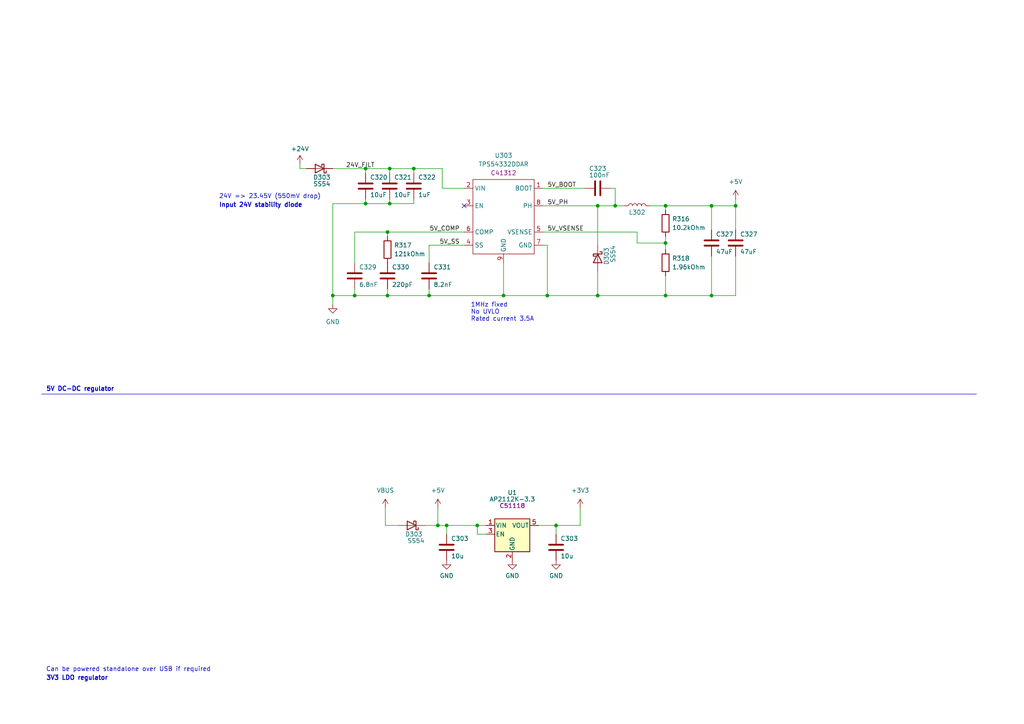
<source format=kicad_sch>
(kicad_sch (version 20230121) (generator eeschema)
  (paper "A4")
  (lib_symbols
    (symbol "Device:C" (pin_numbers hide) (pin_names (offset 0.254))
      (property "Reference" "C" (at 0.635 2.54 0))
      (property "Value" "C" (at 0.635 -2.54 0))
      (symbol "C_0_1"
        (polyline (pts (xy -2.032 -0.762) (xy 2.032 -0.762)) (stroke (width 0.508)))
        (polyline (pts (xy -2.032 0.762) (xy 2.032 0.762)) (stroke (width 0.508)))
      )
      (symbol "C_1_1"
        (pin passive line (at 0 3.81 270) (length 2.794) (name "~") (number "1"))
        (pin passive line (at 0 -3.81 90) (length 2.794) (name "~") (number "2"))
      )
    )
    (symbol "Device:D_Schottky" (pin_numbers hide) (pin_names (offset 1.016) hide)
      (property "Reference" "D" (at 0 2.54 0))
      (property "Value" "D_Schottky" (at 0 -2.54 0))
      (symbol "D_Schottky_0_1"
        (polyline (pts (xy 1.27 0) (xy -1.27 0)))
        (polyline (pts (xy 1.27 1.27) (xy 1.27 -1.27) (xy -1.27 0) (xy 1.27 1.27)) (stroke (width 0.254)))
        (polyline (pts (xy -1.905 0.635) (xy -1.905 1.27) (xy -1.27 1.27) (xy -1.27 -1.27) (xy -0.635 -1.27) (xy -0.635 -0.635)) (stroke (width 0.254)))
      )
      (symbol "D_Schottky_1_1"
        (pin passive line (at -3.81 0 0) (length 2.54) (name "K") (number "1"))
        (pin passive line (at 3.81 0 180) (length 2.54) (name "A") (number "2"))
      )
    )
    (symbol "Device:L" (pin_numbers hide) (pin_names (offset 1.016) hide)
      (property "Reference" "L" (at -1.27 0 90))
      (property "Value" "L" (at 1.905 0 90))
      (symbol "L_0_1"
        (arc (start 0 -2.54) (mid 0.6323 -1.905) (end 0 -1.27))
        (arc (start 0 -1.27) (mid 0.6323 -0.635) (end 0 0))
        (arc (start 0 0) (mid 0.6323 0.635) (end 0 1.27))
        (arc (start 0 1.27) (mid 0.6323 1.905) (end 0 2.54))
      )
      (symbol "L_1_1"
        (pin passive line (at 0 3.81 270) (length 1.27) (name "1") (number "1"))
        (pin passive line (at 0 -3.81 90) (length 1.27) (name "2") (number "2"))
      )
    )
    (symbol "Device:R" (pin_numbers hide) (pin_names (offset 0))
      (property "Reference" "R" (at 2.032 0 90))
      (property "Value" "R" (at 0 0 90))
      (symbol "R_0_1"
        (rectangle (start -1.016 -2.54) (end 1.016 2.54) (stroke (width 0.254)))
      )
      (symbol "R_1_1"
        (pin passive line (at 0 3.81 270) (length 1.27) (name "~") (number "1"))
        (pin passive line (at 0 -3.81 90) (length 1.27) (name "~") (number "2"))
      )
    )
    (symbol "Regulator_Linear:AP2112K-3.3" (pin_names (offset 0.254))
      (property "Reference" "U" (at -5.08 5.715 0))
      (property "Value" "AP2112K-3.3" (at 0 5.715 0))
      (symbol "AP2112K-3.3_0_1"
        (rectangle (start -5.08 4.445) (end 5.08 -5.08) (stroke (width 0.254)) (fill (type background)))
      )
      (symbol "AP2112K-3.3_1_1"
        (pin power_in line (at -7.62 2.54 0) (length 2.54) (name "VIN") (number "1"))
        (pin power_in line (at 0 -7.62 90) (length 2.54) (name "GND") (number "2"))
        (pin input line (at -7.62 0 0) (length 2.54) (name "EN") (number "3"))
        (pin no_connect line (at 5.08 0 180) (length 2.54) hide (name "NC") (number "4"))
        (pin power_out line (at 7.62 2.54 180) (length 2.54) (name "VOUT") (number "5"))
      )
    )
    (symbol "power:+24V" (power) (pin_names (offset 0))
      (property "Value" "+24V" (at 0 3.556 0))
      (symbol "+24V_0_1"
        (polyline (pts (xy -0.762 1.27) (xy 0 2.54)))
        (polyline (pts (xy 0 0) (xy 0 2.54)))
        (polyline (pts (xy 0 2.54) (xy 0.762 1.27)))
      )
      (symbol "+24V_1_1"
        (pin power_in line (at 0 0 90) (length 0) hide (name "+24V") (number "1"))
      )
    )
    (symbol "power:+3V3" (power) (pin_names (offset 0))
      (property "Value" "+3V3" (at 0 3.556 0))
      (symbol "+3V3_0_1"
        (polyline (pts (xy -0.762 1.27) (xy 0 2.54)))
        (polyline (pts (xy 0 0) (xy 0 2.54)))
        (polyline (pts (xy 0 2.54) (xy 0.762 1.27)))
      )
      (symbol "+3V3_1_1"
        (pin power_in line (at 0 0 90) (length 0) hide (name "+3V3") (number "1"))
      )
    )
    (symbol "power:+5V" (power) (pin_names (offset 0))
      (property "Value" "+5V" (at 0 3.556 0))
      (symbol "+5V_0_1"
        (polyline (pts (xy -0.762 1.27) (xy 0 2.54)))
        (polyline (pts (xy 0 0) (xy 0 2.54)))
        (polyline (pts (xy 0 2.54) (xy 0.762 1.27)))
      )
      (symbol "+5V_1_1"
        (pin power_in line (at 0 0 90) (length 0) hide (name "+5V") (number "1"))
      )
    )
    (symbol "power:GND" (power) (pin_names (offset 0))
      (property "Value" "GND" (at 0 -3.81 0))
      (symbol "GND_0_1"
        (polyline (pts (xy 0 0) (xy 0 -1.27) (xy 1.27 -1.27) (xy 0 -2.54) (xy -1.27 -1.27) (xy 0 -1.27)))
      )
      (symbol "GND_1_1"
        (pin power_in line (at 0 0 270) (length 0) hide (name "GND") (number "1"))
      )
    )
    (symbol "power:VBUS" (power) (pin_names (offset 0))
      (property "Value" "VBUS" (at 0 3.81 0))
      (symbol "VBUS_0_1"
        (polyline (pts (xy -0.762 1.27) (xy 0 2.54)))
        (polyline (pts (xy 0 0) (xy 0 2.54)))
        (polyline (pts (xy 0 2.54) (xy 0.762 1.27)))
      )
      (symbol "VBUS_1_1"
        (pin power_in line (at 0 0 90) (length 0) hide (name "VBUS") (number "1"))
      )
    )
    (symbol "project:TPS54332DDAR"
      (property "Reference" "U" (at 10.16 -15.24 0))
      (property "Value" "TPS54332DDAR" (at 10.16 -12.7 0))
      (property "LCSC" "C41312" (at 0 -22.86 0))
      (symbol "TPS54332DDAR_0_1"
        (rectangle (start -8.89 11.43) (end 8.89 -10.16))
      )
      (symbol "TPS54332DDAR_1_1"
        (pin input line (at 11.43 8.89 180) (length 2.54) (name "BOOT") (number "1"))
        (pin power_in line (at -11.43 8.89 0) (length 2.54) (name "VIN") (number "2"))
        (pin input line (at -11.43 3.81 0) (length 2.54) (name "EN") (number "3"))
        (pin bidirectional line (at -11.43 -7.62 0) (length 2.54) (name "SS") (number "4"))
        (pin input line (at 11.43 -3.81 180) (length 2.54) (name "VSENSE") (number "5"))
        (pin input line (at -11.43 -3.81 0) (length 2.54) (name "COMP") (number "6"))
        (pin power_in line (at 11.43 -7.62 180) (length 2.54) (name "GND") (number "7"))
        (pin power_out line (at 11.43 3.81 180) (length 2.54) (name "PH") (number "8"))
        (pin power_in line (at 0 -12.7 90) (length 2.54) (name "GND") (number "9"))
      )
    )
  )
  (junction (at 113.03 59.055))
  (junction (at 206.375 59.69))
  (junction (at 124.46 85.725))
  (junction (at 112.395 67.31))
  (junction (at 193.04 59.69))
  (junction (at 213.36 59.69))
  (junction (at 112.395 85.725))
  (junction (at 106.045 48.895))
  (junction (at 193.04 85.725))
  (junction (at 113.03 48.895))
  (junction (at 127 152.4))
  (junction (at 138.43 152.4))
  (junction (at 106.045 59.055))
  (junction (at 193.04 70.485))
  (junction (at 161.29 152.4))
  (junction (at 102.87 85.725))
  (junction (at 173.355 59.69))
  (junction (at 178.435 59.69))
  (junction (at 206.375 85.725))
  (junction (at 173.355 85.725))
  (junction (at 120.015 48.895))
  (junction (at 96.52 85.725))
  (junction (at 129.54 152.4))
  (junction (at 146.05 85.725))
  (junction (at 158.75 85.725))
  (no_connect (at 134.62 59.69))
  (wire (pts (xy 120.015 48.895) (xy 128.27 48.895)))
  (wire (pts (xy 120.015 57.785) (xy 120.015 59.055)))
  (wire (pts (xy 158.75 85.725) (xy 173.355 85.725)))
  (wire (pts (xy 102.87 85.725) (xy 112.395 85.725)))
  (wire (pts (xy 193.04 68.58) (xy 193.04 70.485)))
  (wire (pts (xy 112.395 85.725) (xy 112.395 83.82)))
  (wire (pts (xy 124.46 71.12) (xy 124.46 76.2)))
  (wire (pts (xy 106.045 59.055) (xy 106.045 57.785)))
  (wire (pts (xy 96.52 85.725) (xy 102.87 85.725)))
  (wire (pts (xy 206.375 74.295) (xy 206.375 85.725)))
  (wire (pts (xy 157.48 54.61) (xy 169.545 54.61)))
  (wire (pts (xy 124.46 71.12) (xy 134.62 71.12)))
  (wire (pts (xy 173.355 59.69) (xy 178.435 59.69)))
  (wire (pts (xy 178.435 59.69) (xy 180.975 59.69)))
  (wire (pts (xy 106.045 48.895) (xy 106.045 50.165)))
  (wire (pts (xy 193.04 59.69) (xy 206.375 59.69)))
  (wire (pts (xy 157.48 67.31) (xy 184.785 67.31)))
  (wire (pts (xy 123.19 152.4) (xy 127 152.4)))
  (wire (pts (xy 106.045 59.055) (xy 113.03 59.055)))
  (wire (pts (xy 158.75 71.12) (xy 158.75 85.725)))
  (wire (pts (xy 177.165 54.61) (xy 178.435 54.61)))
  (wire (pts (xy 193.04 59.69) (xy 193.04 60.96)))
  (wire (pts (xy 124.46 85.725) (xy 146.05 85.725)))
  (wire (pts (xy 112.395 67.31) (xy 112.395 68.58)))
  (wire (pts (xy 138.43 154.94) (xy 140.97 154.94)))
  (wire (pts (xy 113.03 48.895) (xy 113.03 50.165)))
  (wire (pts (xy 124.46 83.82) (xy 124.46 85.725)))
  (wire (pts (xy 193.04 70.485) (xy 193.04 72.39)))
  (wire (pts (xy 102.87 85.725) (xy 102.87 83.82)))
  (wire (pts (xy 213.36 74.295) (xy 213.36 85.725)))
  (wire (pts (xy 112.395 67.31) (xy 134.62 67.31)))
  (wire (pts (xy 96.52 48.895) (xy 106.045 48.895)))
  (wire (pts (xy 127 147.32) (xy 127 152.4)))
  (wire (pts (xy 156.21 152.4) (xy 161.29 152.4)))
  (wire (pts (xy 96.52 59.055) (xy 106.045 59.055)))
  (wire (pts (xy 120.015 48.895) (xy 120.015 50.165)))
  (wire (pts (xy 173.355 78.74) (xy 173.355 85.725)))
  (wire (pts (xy 161.29 152.4) (xy 161.29 154.94)))
  (wire (pts (xy 112.395 85.725) (xy 124.46 85.725)))
  (polyline (pts (xy 12.065 114.3) (xy 283.21 114.3)))
  (wire (pts (xy 206.375 59.69) (xy 206.375 66.675)))
  (wire (pts (xy 138.43 152.4) (xy 138.43 154.94)))
  (wire (pts (xy 96.52 88.265) (xy 96.52 85.725)))
  (wire (pts (xy 129.54 152.4) (xy 138.43 152.4)))
  (wire (pts (xy 102.87 67.31) (xy 112.395 67.31)))
  (wire (pts (xy 184.785 70.485) (xy 193.04 70.485)))
  (wire (pts (xy 193.04 80.01) (xy 193.04 85.725)))
  (wire (pts (xy 213.36 59.69) (xy 213.36 66.675)))
  (wire (pts (xy 157.48 59.69) (xy 173.355 59.69)))
  (wire (pts (xy 86.995 47.625) (xy 86.995 48.895)))
  (wire (pts (xy 184.785 67.31) (xy 184.785 70.485)))
  (wire (pts (xy 127 152.4) (xy 129.54 152.4)))
  (wire (pts (xy 106.045 48.895) (xy 113.03 48.895)))
  (wire (pts (xy 168.275 147.32) (xy 168.275 152.4)))
  (wire (pts (xy 188.595 59.69) (xy 193.04 59.69)))
  (wire (pts (xy 173.355 85.725) (xy 193.04 85.725)))
  (wire (pts (xy 129.54 152.4) (xy 129.54 154.94)))
  (wire (pts (xy 102.87 76.2) (xy 102.87 67.31)))
  (wire (pts (xy 113.03 57.785) (xy 113.03 59.055)))
  (wire (pts (xy 213.36 57.785) (xy 213.36 59.69)))
  (wire (pts (xy 161.29 152.4) (xy 168.275 152.4)))
  (wire (pts (xy 120.015 59.055) (xy 113.03 59.055)))
  (wire (pts (xy 173.355 59.69) (xy 173.355 71.12)))
  (wire (pts (xy 178.435 59.69) (xy 178.435 54.61)))
  (wire (pts (xy 113.03 48.895) (xy 120.015 48.895)))
  (wire (pts (xy 96.52 59.055) (xy 96.52 85.725)))
  (wire (pts (xy 146.05 85.725) (xy 158.75 85.725)))
  (wire (pts (xy 206.375 59.69) (xy 213.36 59.69)))
  (wire (pts (xy 128.27 54.61) (xy 134.62 54.61)))
  (wire (pts (xy 111.76 147.32) (xy 111.76 152.4)))
  (wire (pts (xy 86.995 48.895) (xy 88.9 48.895)))
  (wire (pts (xy 128.27 48.895) (xy 128.27 54.61)))
  (wire (pts (xy 193.04 85.725) (xy 206.375 85.725)))
  (wire (pts (xy 138.43 152.4) (xy 140.97 152.4)))
  (wire (pts (xy 146.05 76.2) (xy 146.05 85.725)))
  (wire (pts (xy 206.375 85.725) (xy 213.36 85.725)))
  (wire (pts (xy 157.48 71.12) (xy 158.75 71.12)))
  (wire (pts (xy 111.76 152.4) (xy 115.57 152.4)))
  (text "1MHz fixed\nNo UVLO\nRated current 3.5A" (at 136.525 93.345 0) (effects (font (size 1.27 1.27)) (justify left bottom)))
  (text "Input 24V stability diode" (at 63.5 60.325 0) (effects (font (size 1.27 1.27) bold) (justify left bottom)))
  (text "24V => 23.45V (550mV drop)" (at 63.5 57.785 0) (effects (font (size 1.27 1.27)) (justify left bottom)))
  (text "Can be powered standalone over USB if required" (at 13.335 194.945 0) (effects (font (size 1.27 1.27)) (justify left bottom)))
  (text "5V DC-DC regulator" (at 13.335 113.665 0) (effects (font (size 1.27 1.27) bold) (justify left bottom)))
  (text "3V3 LDO regulator" (at 13.335 197.485 0) (effects (font (size 1.27 1.27) bold) (justify left bottom)))
  (label "5V_BOOT" (at 158.75 54.61 0))
  (label "5V_VSENSE" (at 158.75 67.31 0))
  (label "5V_SS" (at 133.35 71.12 180))
  (label "5V_COMP" (at 133.35 67.31 180))
  (label "24V_FILT" (at 100.33 48.895 0))
  (label "5V_PH" (at 158.75 59.69 0))
  (symbol (lib_id "Device:L") (at 184.785 59.69 90) (unit 1)
    (property "Reference" "L302" (at 184.785 61.595 90))
    (property "Value" "SDSL10D40F-3R8Y" (effects hide))
    (property "Footprint" "Inductor_SMD:L_10.4x10.4_H4.8" (effects hide))
    (property "LCSC" "C357095" (effects hide))
    (instances (project "fancontroller" (path "" (reference "L302") (unit 1))) (project "leddimmer-hw" (path "" (reference "L501") (unit 1))))
  )
  (symbol (lib_id "Device:D_Schottky") (at 173.355 74.93 270) (unit 1)
    (property "Reference" "D303" (at 175.895 74.295 0))
    (property "Value" "SS54" (at 177.8 73.66 0))
    (property "Footprint" "Diode_SMD:D_SMA" (effects hide))
    (property "LCSC" "C22452" (effects hide))
    (instances (project "fancontroller" (path "" (reference "D303") (unit 1))) (project "leddimmer-hw" (path "" (reference "D503") (unit 1))))
  )
  (symbol (lib_id "Device:C") (at 161.29 158.75 0) (unit 1)
    (property "Reference" "C303" (at 162.56 156.21 0) (effects (justify left)))
    (property "Value" "10u" (at 162.56 161.29 0) (effects (justify left)))
    (property "Footprint" "Capacitor_SMD:C_0805_2012Metric" (effects hide))
    (property "LCSC" "C15850" (effects hide))
    (instances (project "fancontroller" (path "" (reference "C303") (unit 1))) (project "leddimmer-hw" (path "" (reference "C508") (unit 1))))
  )
  (symbol (lib_id "power:GND") (at 161.29 162.56 0) (unit 1)
    (property "Reference" "#PWR0209" (effects hide))
    (property "Value" "GND" (at 161.29 167.005 0))
    (instances (project "fancontroller" (path "" (reference "#PWR0209") (unit 1))) (project "leddimmer-hw" (path "" (reference "#PWR0507") (unit 1))))
  )
  (symbol (lib_id "Device:C") (at 120.015 53.975 0) (unit 1)
    (property "Reference" "C322" (at 121.285 51.435 0) (effects (justify left)))
    (property "Value" "1uF" (at 121.285 56.515 0) (effects (justify left)))
    (property "Footprint" "Capacitor_SMD:C_0402_1005Metric" (effects hide))
    (property "LCSC" "C52923" (effects hide))
    (instances (project "fancontroller" (path "" (reference "C322") (unit 1))) (project "leddimmer-hw" (path "" (reference "C505") (unit 1))))
  )
  (symbol (lib_id "Device:R") (at 112.395 72.39 180) (unit 1)
    (property "Reference" "R317" (at 114.3 71.1199 0) (effects (justify right)))
    (property "Value" "121kOhm" (at 114.3 73.6599 0) (effects (justify right)))
    (property "Footprint" "Resistor_SMD:R_0402_1005Metric" (effects hide))
    (property "LCSC" "C11693" (effects hide))
    (instances (project "fancontroller" (path "" (reference "R317") (unit 1))) (project "leddimmer-hw" (path "" (reference "R501") (unit 1))))
  )
  (symbol (lib_id "Regulator_Linear:AP2112K-3.3") (at 148.59 154.94 0) (unit 1)
    (property "Reference" "U1" (at 148.59 142.875 0))
    (property "Value" "AP2112K-3.3" (at 148.59 144.78 0))
    (property "Footprint" "Package_TO_SOT_SMD:SOT-23-5" (effects hide))
    (property "Datasheet" "https://www.diodes.com/assets/Datasheets/AP2112.pdf" (effects hide))
    (property "LCSC" "C51118" (at 148.59 146.685 0))
    (instances (project "dis-esp32-programmer" (path "" (reference "U1") (unit 1))) (project "leddimmer-hw" (path "" (reference "U502") (unit 1))))
  )
  (symbol (lib_id "Device:C") (at 124.46 80.01 0) (unit 1)
    (property "Reference" "C331" (at 125.73 77.47 0) (effects (justify left)))
    (property "Value" "8.2nF" (at 125.73 82.55 0) (effects (justify left)))
    (property "Footprint" "Capacitor_SMD:C_0402_1005Metric" (effects hide))
    (property "LCSC" "C393674" (effects hide))
    (instances (project "fancontroller" (path "" (reference "C331") (unit 1))) (project "leddimmer-hw" (path "" (reference "C506") (unit 1))))
  )
  (symbol (lib_id "power:GND") (at 148.59 162.56 0) (unit 1)
    (property "Reference" "#PWR0209" (effects hide))
    (property "Value" "GND" (at 148.59 167.005 0))
    (instances (project "fancontroller" (path "" (reference "#PWR0209") (unit 1))) (project "leddimmer-hw" (path "" (reference "#PWR0506") (unit 1))))
  )
  (symbol (lib_id "project:TPS54332DDAR") (at 146.05 63.5 0) (unit 1)
    (property "Reference" "U303" (at 146.05 45.085 0))
    (property "Value" "TPS54332DDAR" (at 146.05 47.625 0))
    (property "Footprint" "Package_SO:SOIC-8-1EP_3.9x4.9mm_P1.27mm_EP2.29x3mm" (effects hide))
    (property "Datasheet" "https://www.ti.com/lit/ds/symlink/tps54332.pdf" (effects hide))
    (property "LCSC" "C41312" (at 146.05 50.165 0))
    (instances (project "fancontroller" (path "" (reference "U303") (unit 1))) (project "leddimmer-hw" (path "" (reference "U501") (unit 1))))
  )
  (symbol (lib_id "power:GND") (at 96.52 88.265 0) (unit 1)
    (property "Reference" "#PWR0317" (effects hide))
    (property "Value" "GND" (at 96.52 93.345 0))
    (instances (project "fancontroller" (path "" (reference "#PWR0317") (unit 1))) (project "leddimmer-hw" (path "" (reference "#PWR0502") (unit 1))))
  )
  (symbol (lib_id "Device:D_Schottky") (at 119.38 152.4 180) (unit 1)
    (property "Reference" "D303" (at 120.015 154.94 0))
    (property "Value" "SS54" (at 120.65 156.845 0))
    (property "Footprint" "Diode_SMD:D_SMA" (effects hide))
    (property "LCSC" "C22452" (effects hide))
    (instances (project "fancontroller" (path "" (reference "D303") (unit 1))) (project "leddimmer-hw" (path "" (reference "D502") (unit 1))))
  )
  (symbol (lib_id "power:+5V") (at 127 147.32 0) (unit 1)
    (property "Reference" "#PWR0504" (effects hide))
    (property "Value" "+5V" (at 127 142.24 0))
  )
  (symbol (lib_id "Device:C") (at 112.395 80.01 0) (unit 1)
    (property "Reference" "C330" (at 113.665 77.47 0) (effects (justify left)))
    (property "Value" "220pF" (at 113.665 82.55 0) (effects (justify left)))
    (property "Footprint" "Capacitor_SMD:C_0402_1005Metric" (effects hide))
    (property "LCSC" "C107001" (effects hide))
    (instances (project "fancontroller" (path "" (reference "C330") (unit 1))) (project "leddimmer-hw" (path "" (reference "C503") (unit 1))))
  )
  (symbol (lib_id "Device:C") (at 106.045 53.975 0) (unit 1)
    (property "Reference" "C320" (at 107.315 51.435 0) (effects (justify left)))
    (property "Value" "10uF" (at 107.315 56.515 0) (effects (justify left)))
    (property "Footprint" "Capacitor_SMD:C_0805_2012Metric" (effects hide))
    (property "LCSC" "C15850" (effects hide))
    (instances (project "fancontroller" (path "" (reference "C320") (unit 1))) (project "leddimmer-hw" (path "" (reference "C502") (unit 1))))
  )
  (symbol (lib_id "power:+3V3") (at 168.275 147.32 0) (unit 1)
    (property "Reference" "#PWR0508" (effects hide))
    (property "Value" "+3V3" (at 168.275 142.24 0))
  )
  (symbol (lib_id "Device:R") (at 193.04 64.77 180) (unit 1)
    (property "Reference" "R316" (at 194.945 63.4999 0) (effects (justify right)))
    (property "Value" "10.2kOhm" (at 194.945 66.0399 0) (effects (justify right)))
    (property "Footprint" "Resistor_SMD:R_0402_1005Metric" (effects hide))
    (property "LCSC" "C11660" (effects hide))
    (instances (project "fancontroller" (path "" (reference "R316") (unit 1))) (project "leddimmer-hw" (path "" (reference "R502") (unit 1))))
  )
  (symbol (lib_id "power:+5V") (at 213.36 57.785 0) (unit 1)
    (property "Reference" "#PWR0509" (effects hide))
    (property "Value" "+5V" (at 213.36 52.705 0))
  )
  (symbol (lib_id "Device:C") (at 206.375 70.485 0) (unit 1)
    (property "Reference" "C327" (at 207.645 67.945 0) (effects (justify left)))
    (property "Value" "47uF" (at 207.645 73.025 0) (effects (justify left)))
    (property "Footprint" "Capacitor_SMD:C_2220_5750Metric" (effects hide))
    (property "LCSC" "C342293" (effects hide))
    (instances (project "fancontroller" (path "" (reference "C327") (unit 1))) (project "leddimmer-hw" (path "" (reference "C510") (unit 1))))
  )
  (symbol (lib_id "Device:C") (at 113.03 53.975 0) (unit 1)
    (property "Reference" "C321" (at 114.3 51.435 0) (effects (justify left)))
    (property "Value" "10uF" (at 114.3 56.515 0) (effects (justify left)))
    (property "Footprint" "Capacitor_SMD:C_0805_2012Metric" (effects hide))
    (property "LCSC" "C15850" (effects hide))
    (instances (project "fancontroller" (path "" (reference "C321") (unit 1))) (project "leddimmer-hw" (path "" (reference "C504") (unit 1))))
  )
  (symbol (lib_id "Device:C") (at 173.355 54.61 270) (unit 1)
    (property "Reference" "C323" (at 170.815 48.895 90) (effects (justify left)))
    (property "Value" "100nF" (at 170.815 50.8 90) (effects (justify left)))
    (property "Footprint" "Capacitor_SMD:C_0402_1005Metric" (effects hide))
    (property "LCSC" "C307331" (effects hide))
    (instances (project "fancontroller" (path "" (reference "C323") (unit 1))) (project "leddimmer-hw" (path "" (reference "C509") (unit 1))))
  )
  (symbol (lib_id "Device:D_Schottky") (at 92.71 48.895 180) (unit 1)
    (property "Reference" "D303" (at 93.345 51.435 0))
    (property "Value" "SS54" (at 93.345 53.34 0))
    (property "Footprint" "Diode_SMD:D_SMA" (effects hide))
    (property "LCSC" "C22452" (effects hide))
    (instances (project "fancontroller" (path "" (reference "D303") (unit 1))) (project "leddimmer-hw" (path "" (reference "D501") (unit 1))))
  )
  (symbol (lib_id "power:+24V") (at 86.995 47.625 0) (unit 1)
    (property "Reference" "#PWR0501" (effects hide))
    (property "Value" "+24V" (at 86.995 43.18 0))
  )
  (symbol (lib_id "Device:C") (at 102.87 80.01 0) (unit 1)
    (property "Reference" "C329" (at 104.14 77.47 0) (effects (justify left)))
    (property "Value" "6.8nF" (at 104.14 82.55 0) (effects (justify left)))
    (property "Footprint" "Capacitor_SMD:C_0402_1005Metric" (effects hide))
    (property "LCSC" "C189470" (effects hide))
    (instances (project "fancontroller" (path "" (reference "C329") (unit 1))) (project "leddimmer-hw" (path "" (reference "C501") (unit 1))))
  )
  (symbol (lib_id "Device:C") (at 213.36 70.485 0) (unit 1)
    (property "Reference" "C327" (at 214.63 67.945 0) (effects (justify left)))
    (property "Value" "47uF" (at 214.63 73.025 0) (effects (justify left)))
    (property "Footprint" "Capacitor_SMD:C_2220_5750Metric" (effects hide))
    (property "LCSC" "C342293" (effects hide))
    (instances (project "fancontroller" (path "" (reference "C327") (unit 1))) (project "leddimmer-hw" (path "" (reference "C511") (unit 1))))
  )
  (symbol (lib_id "power:VBUS") (at 111.76 147.32 0) (unit 1)
    (property "Reference" "#PWR0503" (effects hide))
    (property "Value" "VBUS" (at 111.76 142.24 0))
  )
  (symbol (lib_id "Device:R") (at 193.04 76.2 180) (unit 1)
    (property "Reference" "R318" (at 194.945 74.9299 0) (effects (justify right)))
    (property "Value" "1.96kOhm" (at 194.945 77.4699 0) (effects (justify right)))
    (property "Footprint" "Resistor_SMD:R_0402_1005Metric" (effects hide))
    (property "LCSC" "C226864" (effects hide))
    (instances (project "fancontroller" (path "" (reference "R318") (unit 1))) (project "leddimmer-hw" (path "" (reference "R503") (unit 1))))
  )
  (symbol (lib_id "power:GND") (at 129.54 162.56 0) (unit 1)
    (property "Reference" "#PWR0209" (effects hide))
    (property "Value" "GND" (at 129.54 167.005 0))
    (instances (project "fancontroller" (path "" (reference "#PWR0209") (unit 1))) (project "leddimmer-hw" (path "" (reference "#PWR0505") (unit 1))))
  )
  (symbol (lib_id "Device:C") (at 129.54 158.75 0) (unit 1)
    (property "Reference" "C303" (at 130.81 156.21 0) (effects (justify left)))
    (property "Value" "10u" (at 130.81 161.29 0) (effects (justify left)))
    (property "Footprint" "Capacitor_SMD:C_0805_2012Metric" (effects hide))
    (property "LCSC" "C15850" (effects hide))
    (instances (project "fancontroller" (path "" (reference "C303") (unit 1))) (project "leddimmer-hw" (path "" (reference "C507") (unit 1))))
  )
)
</source>
